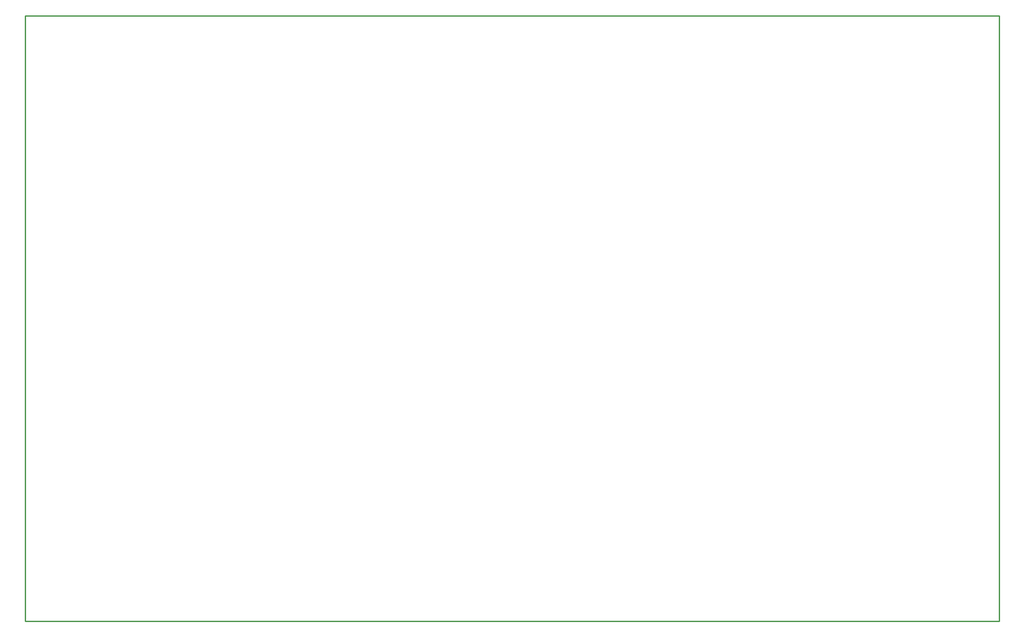
<source format=gko>
G04*
G04 #@! TF.GenerationSoftware,Altium Limited,Altium Designer,20.1.7 (139)*
G04*
G04 Layer_Color=16711935*
%FSLAX25Y25*%
%MOIN*%
G70*
G04*
G04 #@! TF.SameCoordinates,6C4051BD-8A09-42F4-8E10-95B83C559B0F*
G04*
G04*
G04 #@! TF.FilePolarity,Positive*
G04*
G01*
G75*
%ADD13C,0.01000*%
D13*
X446850Y-19685D02*
Y452756D01*
X-312992D02*
X446850D01*
X-312992Y-19685D02*
Y452756D01*
Y-19685D02*
X446850D01*
M02*

</source>
